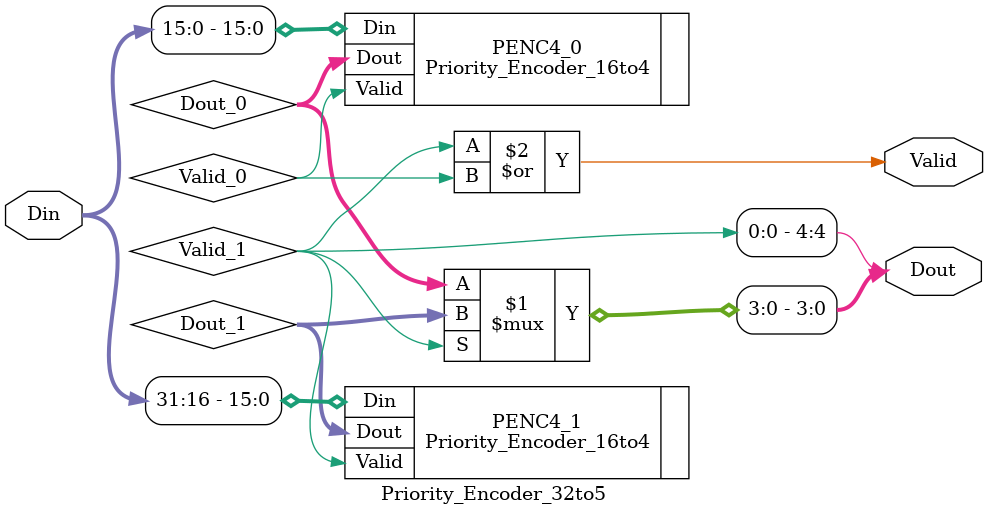
<source format=v>
module Priority_Encoder_32to5(Din, Dout, Valid);
input [31:0] Din;
output [4:0] Dout;
output Valid;
wire [3:0] Dout_1, Dout_0;
wire Valid_1, Valid_0;

Priority_Encoder_16to4 PENC4_1(.Din(Din[31:16]), .Dout(Dout_1), .Valid(Valid_1));
Priority_Encoder_16to4 PENC4_0(.Din(Din[15:0]), .Dout(Dout_0), .Valid(Valid_0));

assign Dout[3:0] = Valid_1 ? Dout_1 : Dout_0;
assign Dout[4] = Valid_1;
assign Valid = Valid_1 | Valid_0;

endmodule
</source>
